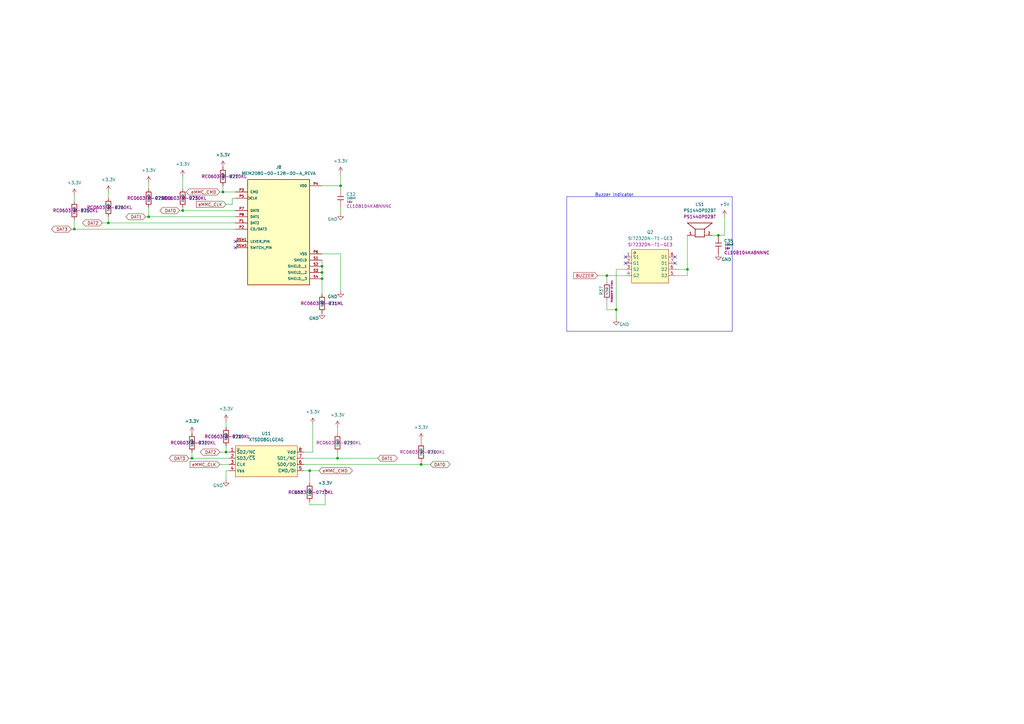
<source format=kicad_sch>
(kicad_sch (version 20250114) (generator "eeschema") (generator_version "9.0")
  (paper "A3")
  (lib_symbols
    (symbol "EasyEDA:SI7232DN-T1-GE3"
      (property "Reference" "Q" (at 0 8.89 0))
      (property "Value" "SI7232DN-T1-GE3" (at 0 -8.89 0))
      (symbol "SI7232DN-T1-GE3_0_1"
        (rectangle (start -7.62 6.86) (end 7.62 -6.86) (fill (type background)))
        (circle (center -6.35 5.59) (radius 0.38))
        (circle (center -6.35 5.59) (radius 0.38))
        (pin unspecified line (at -10.16 3.81 0) (length 2.54) (name "S1") (number "1"))
        (pin unspecified line (at -10.16 1.27 0) (length 2.54) (name "G1") (number "2"))
        (pin unspecified line (at -10.16 -1.27 0) (length 2.54) (name "S2") (number "3"))
        (pin unspecified line (at -10.16 -3.81 0) (length 2.54) (name "G2") (number "4"))
        (pin unspecified line (at 10.16 3.81 180) (length 2.54) (name "D1") (number "8"))
        (pin unspecified line (at 10.16 1.27 180) (length 2.54) (name "D1") (number "7"))
        (pin unspecified line (at 10.16 -1.27 180) (length 2.54) (name "D2") (number "6"))
        (pin unspecified line (at 10.16 -3.81 180) (length 2.54) (name "D2") (number "5"))
      )
    )
    (symbol "EasyEDA:XTSD08GLGEAG"
      (property "Reference" "U" (at 0 7.62 0))
      (property "Value" "XTSD08GLGEAG" (at 0 -10.16 0))
      (symbol "XTSD08GLGEAG_0_1"
        (rectangle (start -12.7 5.08) (end 12.7 -7.62) (fill (type background)))
        (circle (center -11.43 3.81) (radius 0.38))
        (pin unspecified line (at -15.24 2.54 0) (length 2.54) (name "SD2/NC") (number "1"))
        (pin unspecified line (at -15.24 0 0) (length 2.54) (name "SD3/~{CS}") (number "2"))
        (pin unspecified line (at -15.24 -2.54 0) (length 2.54) (name "CLK") (number "3"))
        (pin unspecified line (at -15.24 -5.08 0) (length 2.54) (name "Vss") (number "4"))
        (pin unspecified line (at 15.24 2.54 180) (length 2.54) (name "Vdd") (number "8"))
        (pin unspecified line (at 15.24 0 180) (length 2.54) (name "SD1/NC") (number "7"))
        (pin unspecified line (at 15.24 -2.54 180) (length 2.54) (name "SD0/DO") (number "6"))
        (pin unspecified line (at 15.24 -5.08 180) (length 2.54) (name "CMD/DI") (number "5"))
      )
    )
    (symbol "MEM2080-00-128-00-A_REVA:MEM2080-00-128-00-A_REVA" (pin_names (offset 1.016))
      (property "Reference" "J" (at -12.7 18.542 0))
      (property "Value" "MEM2080-00-128-00-A_REVA" (at -12.7 -30.48 0))
      (symbol "MEM2080-00-128-00-A_REVA_0_0"
        (rectangle (start -12.7 -25.4) (end 12.7 17.78) (stroke (width 0.254)) (fill (type background)))
        (pin input line (at -17.78 12.7 0) (length 5.08) (name "CMD") (number "P3"))
        (pin input clock (at -17.78 10.16 0) (length 5.08) (name "CLK") (number "P5"))
        (pin bidirectional line (at -17.78 5.08 0) (length 5.08) (name "DAT0") (number "P7"))
        (pin bidirectional line (at -17.78 2.54 0) (length 5.08) (name "DAT1") (number "P8"))
        (pin bidirectional line (at -17.78 0 0) (length 5.08) (name "DAT2") (number "P1"))
        (pin bidirectional line (at -17.78 -2.54 0) (length 5.08) (name "CD/DAT3") (number "P2"))
        (pin passive line (at -17.78 -7.62 0) (length 5.08) (name "LEVER_PIN") (number "DSW1"))
        (pin passive line (at -17.78 -10.16 0) (length 5.08) (name "SWITCH_PIN") (number "DSW2"))
        (pin power_in line (at 17.78 15.24 180) (length 5.08) (name "VDD") (number "P4"))
        (pin power_in line (at 17.78 -12.7 180) (length 5.08) (name "VSS") (number "P6"))
        (pin passive line (at 17.78 -15.24 180) (length 5.08) (name "SHIELD") (number "S1"))
        (pin passive line (at 17.78 -17.78 180) (length 5.08) (name "SHIELD__1") (number "S2"))
        (pin passive line (at 17.78 -20.32 180) (length 5.08) (name "SHIELD__2") (number "S3"))
        (pin passive line (at 17.78 -22.86 180) (length 5.08) (name "SHIELD__3") (number "S4"))
      )
    )
    (symbol "PCM_JLCPCB-Capacitors:0402,100nF" (pin_numbers (hide yes)) (pin_names (offset 0))
      (property "Reference" "C" (at 2.032 1.668 0))
      (property "Value" "100nF" (at 2.032 -0.3782 0))
      (property "Voltage Rated" "16V" (at 2.032 -2.0462 0))
      (symbol "0402,100nF_0_1"
        (polyline (pts (xy -1.27 0.635) (xy 1.27 0.635)) (stroke (width 0.254)))
        (polyline (pts (xy -1.27 -0.635) (xy 1.27 -0.635)) (stroke (width 0.254)))
      )
      (symbol "0402,100nF_1_1"
        (pin passive line (at 0 3.81 270) (length 3.175) (name "~") (number "1"))
        (pin passive line (at 0 -3.81 90) (length 3.175) (name "~") (number "2"))
      )
    )
    (symbol "PCM_JLCPCB-Resistors:0402,3.3kΩ" (pin_numbers (hide yes)) (pin_names (offset 0))
      (property "Reference" "R" (at 1.778 0 0))
      (property "Value" "3.3kΩ" (at 0 0 90))
      (symbol "0402,3.3kΩ_0_1"
        (rectangle (start -1.016 2.54) (end 1.016 -2.54) (stroke (width 0.254)))
      )
      (symbol "0402,3.3kΩ_1_1"
        (pin passive line (at 0 3.81 270) (length 1.27) (name "~") (number "1"))
        (pin passive line (at 0 -3.81 90) (length 1.27) (name "~") (number "2"))
      )
    )
    (symbol "PCM_JLCPCB-Resistors:0603,10kΩ" (pin_numbers (hide yes)) (pin_names (offset 0))
      (property "Reference" "R" (at 1.778 0 0))
      (property "Value" "10kΩ" (at 0 0 90))
      (symbol "0603,10kΩ_0_1"
        (rectangle (start -1.016 2.54) (end 1.016 -2.54) (stroke (width 0.254)))
      )
      (symbol "0603,10kΩ_1_1"
        (pin passive line (at 0 3.81 270) (length 1.27) (name "~") (number "1"))
        (pin passive line (at 0 -3.81 90) (length 1.27) (name "~") (number "2"))
      )
    )
    (symbol "PCM_JLCPCB-Resistors:0603,1MΩ" (pin_numbers (hide yes)) (pin_names (offset 0))
      (property "Reference" "R" (at 1.778 0 0))
      (property "Value" "1MΩ" (at 0 0 90))
      (symbol "0603,1MΩ_0_1"
        (rectangle (start -1.016 2.54) (end 1.016 -2.54) (stroke (width 0.254)))
      )
      (symbol "0603,1MΩ_1_1"
        (pin passive line (at 0 3.81 270) (length 1.27) (name "~") (number "1"))
        (pin passive line (at 0 -3.81 90) (length 1.27) (name "~") (number "2"))
      )
    )
    (symbol "Snapeda:PS1440P02BT" (pin_names (offset 1.016))
      (property "Reference" "LS" (at -1.27 6.35 0))
      (property "Value" "PS1440P02BT" (at -1.27 -8.255 0))
      (symbol "PS1440P02BT_0_0"
        (polyline (pts (xy -3.175 1.905) (xy -3.175 -1.905)) (stroke (width 0.254)))
        (polyline (pts (xy -3.175 1.905) (xy -2.54 1.905)) (stroke (width 0.254)))
        (polyline (pts (xy -3.175 -1.905) (xy -2.54 -1.905)) (stroke (width 0.254)))
        (polyline (pts (xy -2.54 2.54) (xy -2.54 1.905)) (stroke (width 0.1524)))
        (polyline (pts (xy -2.54 1.905) (xy 0 1.905)) (stroke (width 0.254)))
        (polyline (pts (xy -2.54 -1.905) (xy 0 -1.905)) (stroke (width 0.254)))
        (polyline (pts (xy -2.54 -2.54) (xy -2.54 -1.905)) (stroke (width 0.1524)))
        (polyline (pts (xy 0 1.905) (xy 2.54 5.08)) (stroke (width 0.254)))
        (polyline (pts (xy 0 -1.905) (xy 0 1.905)) (stroke (width 0.254)))
        (polyline (pts (xy 0 -1.905) (xy 2.54 -5.08)) (stroke (width 0.254)))
        (polyline (pts (xy 2.54 -5.08) (xy 2.54 5.08)) (stroke (width 0.254)))
        (pin passive line (at -2.54 5.08 270) (length 2.54) (name "~") (number "1"))
        (pin passive line (at -2.54 -5.08 90) (length 2.54) (name "~") (number "2"))
      )
    )
    (symbol "power:+3.3V" (power) (pin_numbers (hide yes)) (pin_names (offset 0) (hide yes))
      (property "Value" "+3.3V" (at 0 3.556 0))
      (symbol "+3.3V_0_1"
        (polyline (pts (xy -0.762 1.27) (xy 0 2.54)))
        (polyline (pts (xy 0 2.54) (xy 0.762 1.27)))
        (polyline (pts (xy 0 0) (xy 0 2.54)))
      )
      (symbol "+3.3V_1_1"
        (pin power_in line (at 0 0 90) (length 0) (name "~") (number "1"))
      )
    )
    (symbol "power:+5V" (power) (pin_numbers (hide yes)) (pin_names (offset 0) (hide yes))
      (property "Value" "+5V" (at 0 3.556 0))
      (symbol "+5V_0_1"
        (polyline (pts (xy -0.762 1.27) (xy 0 2.54)))
        (polyline (pts (xy 0 2.54) (xy 0.762 1.27)))
        (polyline (pts (xy 0 0) (xy 0 2.54)))
      )
      (symbol "+5V_1_1"
        (pin power_in line (at 0 0 90) (length 0) (name "~") (number "1"))
      )
    )
    (symbol "power:GND" (power) (pin_numbers (hide yes)) (pin_names (offset 0) (hide yes))
      (property "Value" "GND" (at 0 -3.81 0))
      (symbol "GND_0_1"
        (polyline (pts (xy 0 0) (xy 0 -1.27) (xy 1.27 -1.27) (xy 0 -2.54) (xy -1.27 -1.27) (xy 0 -1.27)))
      )
      (symbol "GND_1_1"
        (pin power_in line (at 0 0 270) (length 0) (name "~") (number "1"))
      )
    )
  )
  (rectangle (start 232.41 80.645) (end 300.355 135.89))
  (text "Buzzer Indicator" (at 251.968 80.01 0) (effects (font (size 1.27 1.27))))
  (junction (at 74.93 86.36))
  (junction (at 78.74 187.96))
  (junction (at 127 193.04))
  (junction (at 92.71 185.42))
  (junction (at 132.08 109.22))
  (junction (at 91.44 78.74))
  (junction (at 294.64 96.52))
  (junction (at 252.73 127))
  (junction (at 138.43 187.96))
  (junction (at 172.72 190.5))
  (junction (at 60.96 88.9))
  (junction (at 139.7 76.2))
  (junction (at 281.94 110.49))
  (junction (at 30.48 93.98))
  (junction (at 248.92 113.03))
  (junction (at 132.08 114.3))
  (junction (at 44.45 91.44))
  (junction (at 132.08 111.76))
  (no_connect (at 276.86 107.95))
  (no_connect (at 276.86 105.41))
  (no_connect (at 256.54 107.95))
  (no_connect (at 96.52 101.6))
  (no_connect (at 96.52 99.06))
  (no_connect (at 256.54 105.41))
  (wire (pts (xy 78.74 187.96) (xy 93.98 187.96)))
  (wire (pts (xy 41.91 91.44) (xy 44.45 91.44)))
  (wire (pts (xy 92.71 172.72) (xy 92.71 175.26)))
  (wire (pts (xy 95.25 83.82) (xy 92.71 83.82)))
  (wire (pts (xy 139.7 104.14) (xy 139.7 119.38)))
  (wire (pts (xy 74.93 86.36) (xy 96.52 86.36)))
  (wire (pts (xy 90.17 190.5) (xy 93.98 190.5)))
  (wire (pts (xy 128.27 185.42) (xy 124.46 185.42)))
  (wire (pts (xy 92.71 196.85) (xy 92.71 193.04)))
  (wire (pts (xy 245.11 113.03) (xy 248.92 113.03)))
  (wire (pts (xy 133.35 203.2) (xy 133.35 207.01)))
  (wire (pts (xy 78.74 185.42) (xy 78.74 187.96)))
  (wire (pts (xy 60.96 88.9) (xy 96.52 88.9)))
  (wire (pts (xy 44.45 78.74) (xy 44.45 81.28)))
  (wire (pts (xy 132.08 106.68) (xy 132.08 109.22)))
  (wire (pts (xy 91.44 76.2) (xy 91.44 78.74)))
  (wire (pts (xy 29.21 93.98) (xy 30.48 93.98)))
  (wire (pts (xy 60.96 85.09) (xy 60.96 88.9)))
  (wire (pts (xy 124.46 190.5) (xy 172.72 190.5)))
  (wire (pts (xy 30.48 80.01) (xy 30.48 82.55)))
  (wire (pts (xy 172.72 180.34) (xy 172.72 181.61)))
  (wire (pts (xy 92.71 193.04) (xy 93.98 193.04)))
  (wire (pts (xy 138.43 175.26) (xy 138.43 177.8)))
  (wire (pts (xy 252.73 110.49) (xy 256.54 110.49)))
  (wire (pts (xy 77.47 187.96) (xy 78.74 187.96)))
  (wire (pts (xy 73.66 86.36) (xy 74.93 86.36)))
  (wire (pts (xy 74.93 72.39) (xy 74.93 77.47)))
  (wire (pts (xy 281.94 96.52) (xy 281.94 110.49)))
  (wire (pts (xy 91.44 78.74) (xy 96.52 78.74)))
  (wire (pts (xy 248.92 123.19) (xy 248.92 127)))
  (wire (pts (xy 139.7 76.2) (xy 139.7 77.47)))
  (wire (pts (xy 248.92 113.03) (xy 248.92 115.57)))
  (wire (pts (xy 252.73 127) (xy 252.73 130.81)))
  (wire (pts (xy 132.08 111.76) (xy 132.08 114.3)))
  (wire (pts (xy 132.08 109.22) (xy 132.08 111.76)))
  (wire (pts (xy 127 193.04) (xy 127 198.12)))
  (wire (pts (xy 281.94 110.49) (xy 281.94 113.03)))
  (wire (pts (xy 30.48 93.98) (xy 96.52 93.98)))
  (wire (pts (xy 248.92 127) (xy 252.73 127)))
  (wire (pts (xy 256.54 113.03) (xy 248.92 113.03)))
  (wire (pts (xy 30.48 90.17) (xy 30.48 93.98)))
  (wire (pts (xy 127 207.01) (xy 127 205.74)))
  (wire (pts (xy 133.35 207.01) (xy 127 207.01)))
  (wire (pts (xy 124.46 187.96) (xy 138.43 187.96)))
  (wire (pts (xy 128.27 173.99) (xy 128.27 185.42)))
  (wire (pts (xy 138.43 185.42) (xy 138.43 187.96)))
  (wire (pts (xy 132.08 104.14) (xy 139.7 104.14)))
  (wire (pts (xy 276.86 110.49) (xy 281.94 110.49)))
  (wire (pts (xy 92.71 182.88) (xy 92.71 185.42)))
  (wire (pts (xy 154.94 187.96) (xy 138.43 187.96)))
  (wire (pts (xy 44.45 88.9) (xy 44.45 91.44)))
  (wire (pts (xy 292.1 96.52) (xy 294.64 96.52)))
  (wire (pts (xy 124.46 193.04) (xy 127 193.04)))
  (wire (pts (xy 176.53 190.5) (xy 172.72 190.5)))
  (wire (pts (xy 90.17 185.42) (xy 92.71 185.42)))
  (wire (pts (xy 96.52 81.28) (xy 95.25 81.28)))
  (wire (pts (xy 252.73 110.49) (xy 252.73 127)))
  (wire (pts (xy 281.94 113.03) (xy 276.86 113.03)))
  (wire (pts (xy 90.17 78.74) (xy 91.44 78.74)))
  (wire (pts (xy 139.7 85.09) (xy 139.7 87.63)))
  (wire (pts (xy 60.96 74.93) (xy 60.96 77.47)))
  (wire (pts (xy 132.08 114.3) (xy 132.08 120.65)))
  (wire (pts (xy 44.45 91.44) (xy 96.52 91.44)))
  (wire (pts (xy 59.69 88.9) (xy 60.96 88.9)))
  (wire (pts (xy 172.72 189.23) (xy 172.72 190.5)))
  (wire (pts (xy 139.7 71.12) (xy 139.7 76.2)))
  (wire (pts (xy 294.64 96.52) (xy 297.18 96.52)))
  (wire (pts (xy 74.93 85.09) (xy 74.93 86.36)))
  (wire (pts (xy 92.71 185.42) (xy 93.98 185.42)))
  (wire (pts (xy 132.08 76.2) (xy 139.7 76.2)))
  (wire (pts (xy 95.25 81.28) (xy 95.25 83.82)))
  (wire (pts (xy 127 193.04) (xy 130.81 193.04)))
  (wire (pts (xy 297.18 88.9) (xy 297.18 96.52)))
  (global_label "eMMC_CLK" (shape input) (at 90.17 190.5 180) (property "Intersheetrefs" "${INTERSHEET_REFS}" (effects (hide yes))))
  (global_label "DAT3" (shape bidirectional) (at 29.21 93.98 180) (property "Intersheetrefs" "${INTERSHEET_REFS}" (effects (hide yes))))
  (global_label "DAT3" (shape bidirectional) (at 77.47 187.96 180) (property "Intersheetrefs" "${INTERSHEET_REFS}" (effects (hide yes))))
  (global_label "DAT2" (shape bidirectional) (at 90.17 185.42 180) (property "Intersheetrefs" "${INTERSHEET_REFS}" (effects (hide yes))))
  (global_label "DAT1" (shape bidirectional) (at 154.94 187.96 0) (property "Intersheetrefs" "${INTERSHEET_REFS}" (effects (hide yes))))
  (global_label "DAT0" (shape bidirectional) (at 176.53 190.5 0) (property "Intersheetrefs" "${INTERSHEET_REFS}" (effects (hide yes))))
  (global_label "eMMC_CMD" (shape bidirectional) (at 130.81 193.04 0) (property "Intersheetrefs" "${INTERSHEET_REFS}" (effects (hide yes))))
  (global_label "eMMC_CLK" (shape input) (at 92.71 83.82 180) (property "Intersheetrefs" "${INTERSHEET_REFS}" (effects (hide yes))))
  (global_label "BUZZER" (shape input) (at 245.11 113.03 180) (property "Intersheetrefs" "${INTERSHEET_REFS}" (effects (hide yes))))
  (global_label "DAT1" (shape bidirectional) (at 59.69 88.9 180) (property "Intersheetrefs" "${INTERSHEET_REFS}" (effects (hide yes))))
  (global_label "DAT0" (shape bidirectional) (at 73.66 86.36 180) (property "Intersheetrefs" "${INTERSHEET_REFS}" (effects (hide yes))))
  (global_label "DAT2" (shape bidirectional) (at 41.91 91.44 180) (property "Intersheetrefs" "${INTERSHEET_REFS}" (effects (hide yes))))
  (global_label "eMMC_CMD" (shape bidirectional) (at 90.17 78.74 180) (property "Intersheetrefs" "${INTERSHEET_REFS}" (effects (hide yes))))
  (symbol (lib_id "PCM_JLCPCB-Resistors:0603,10kΩ") (at 127 201.93 180) (unit 1) (on_board no)
    (property "Reference" "R33" (at 124.46 201.9301 0) (effects (justify left)))
    (property "Value" "10kΩ" (at 127 201.93 90) (effects (font (size 0.8 0.8))))
    (property "Footprint" "PCM_JLCPCB:R_0603" (effects (hide yes)))
    (property "Datasheet" "https://www.lcsc.com/datasheet/lcsc_datasheet_2206010045_UNI-ROYAL-Uniroyal-Elec-0603WAF1002T5E_C25804.pdf" (effects (hide yes)))
    (property "Description" "100mW Thick Film Resistors 75V ±100ppm/°C ±1% 10kΩ 0603 Chip Resistor - Surface Mount ROHS" (effects (hide yes)))
    (property "LCSC" "C25804" (effects (hide yes)))
    (property "Stock" "28829731" (effects (hide yes)))
    (property "Price" "0.004USD" (effects (hide yes)))
    (property "Process" "SMT" (effects (hide yes)))
    (property "Minimum Qty" "20" (effects (hide yes)))
    (property "Attrition Qty" "10" (effects (hide yes)))
    (property "Class" "Basic Component" (effects (hide yes)))
    (property "Category" "Resistors,Chip Resistor - Surface Mount" (effects (hide yes)))
    (property "Manufacturer" "UNI-ROYAL(Uniroyal Elec)" (effects (hide yes)))
    (property "Part" "0603WAF1002T5E" (effects (hide yes)))
    (property "Resistance" "10kΩ" (effects (hide yes)))
    (property "Power(Watts)" "100mW" (effects (hide yes)))
    (property "Type" "Thick Film Resistors" (effects (hide yes)))
    (property "Overload Voltage (Max)" "75V" (effects (hide yes)))
    (property "Operating Temperature Range" "-55°C~+155°C" (effects (hide yes)))
    (property "Tolerance" "±1%" (effects (hide yes)))
    (property "Temperature Coefficient" "±100ppm/°C" (effects (hide yes)))
    (property "Digikey Parts" " RC0603FR-0710KL" (at 127 201.93 0))
  )
  (symbol (lib_id "power:+3.3V") (at 74.93 72.39 0) (unit 1)
    (property "Reference" "#PWR0130" (effects (hide yes)))
    (property "Value" "+3.3V" (at 74.93 67.31 0))
    (property "Description" "Power symbol creates a global label with name \"+3.3V\"" (effects (hide yes)))
  )
  (symbol (lib_id "power:GND") (at 92.71 196.85 0) (unit 1)
    (property "Reference" "#PWR0139" (effects (hide yes)))
    (property "Value" "GND" (at 89.408 199.136 0))
    (property "Description" "Power symbol creates a global label with name \"GND\" , ground" (effects (hide yes)))
  )
  (symbol (lib_id "EasyEDA:SI7232DN-T1-GE3") (at 266.7 109.22 0) (unit 1)
    (property "Reference" "Q2" (at 266.7 95.25 0))
    (property "Value" "SI7232DN-T1-GE3" (at 266.7 97.79 0))
    (property "Footprint" "EasyEDA:POWER-1212-8_L3.3-W3.3-P0.66-LS3.3-BL" (effects (hide yes)))
    (property "Datasheet" "https://lcsc.com/product-detail/MOSFET_VISHAY_SI7232DN-T1-GE3_SI7232DN-T1-GE3_C144854.html" (effects (hide yes)))
    (property "LCSC Part" "C144854" (effects (hide yes)))
    (property "Digikey Parts" "SI7232DN-T1-GE3" (at 266.7 100.33 0))
  )
  (symbol (lib_id "PCM_JLCPCB-Resistors:0603,10kΩ") (at 92.71 179.07 0) (unit 1) (on_board no)
    (property "Reference" "R28" (at 95.25 179.0699 0) (effects (justify left)))
    (property "Value" "10kΩ" (at 92.71 179.07 90) (effects (font (size 0.8 0.8))))
    (property "Footprint" "PCM_JLCPCB:R_0603" (effects (hide yes)))
    (property "Datasheet" "https://www.lcsc.com/datasheet/lcsc_datasheet_2206010045_UNI-ROYAL-Uniroyal-Elec-0603WAF1002T5E_C25804.pdf" (effects (hide yes)))
    (property "Description" "100mW Thick Film Resistors 75V ±100ppm/°C ±1% 10kΩ 0603 Chip Resistor - Surface Mount ROHS" (effects (hide yes)))
    (property "LCSC" "C25804" (effects (hide yes)))
    (property "Stock" "28829731" (effects (hide yes)))
    (property "Price" "0.004USD" (effects (hide yes)))
    (property "Process" "SMT" (effects (hide yes)))
    (property "Minimum Qty" "20" (effects (hide yes)))
    (property "Attrition Qty" "10" (effects (hide yes)))
    (property "Class" "Basic Component" (effects (hide yes)))
    (property "Category" "Resistors,Chip Resistor - Surface Mount" (effects (hide yes)))
    (property "Manufacturer" "UNI-ROYAL(Uniroyal Elec)" (effects (hide yes)))
    (property "Part" "0603WAF1002T5E" (effects (hide yes)))
    (property "Resistance" "10kΩ" (effects (hide yes)))
    (property "Power(Watts)" "100mW" (effects (hide yes)))
    (property "Type" "Thick Film Resistors" (effects (hide yes)))
    (property "Overload Voltage (Max)" "75V" (effects (hide yes)))
    (property "Operating Temperature Range" "-55°C~+155°C" (effects (hide yes)))
    (property "Tolerance" "±1%" (effects (hide yes)))
    (property "Temperature Coefficient" "±100ppm/°C" (effects (hide yes)))
    (property "Digikey Parts" " RC0603FR-0710KL" (at 92.71 179.07 0))
  )
  (symbol (lib_id "Snapeda:PS1440P02BT") (at 287.02 93.98 90) (unit 1)
    (property "Reference" "LS1" (at 287.02 83.82 90))
    (property "Value" "PS1440P02BT" (at 287.02 86.36 90))
    (property "Footprint" "Snapeda:PS1440P02BT_BUZZER_PS1440P02BT" (effects (hide yes)))
    (property "MF" "TDK Corporation" (effects (hide yes)))
    (property "Description_1" "Buzzers Transducer, Externally Driven Piezo 3 V 4kHz 75dB @ 3V, 10cm Through Hole PC Pins" (effects (hide yes)))
    (property "Package" "None" (effects (hide yes)))
    (property "Price" "None" (effects (hide yes)))
    (property "Check_prices" "https://www.snapeda.com/parts/PS1440P02BT/TDK/view-part/?ref=eda" (effects (hide yes)))
    (property "STANDARD" "IPC-7251" (effects (hide yes)))
    (property "SnapEDA_Link" "https://www.snapeda.com/parts/PS1440P02BT/TDK/view-part/?ref=snap" (effects (hide yes)))
    (property "MP" "PS1440P02BT" (effects (hide yes)))
    (property "Availability" "In Stock" (effects (hide yes)))
    (property "MANUFACTURER" "TDK" (effects (hide yes)))
    (property "Digikey Parts" "PS1440P02BT" (at 287.02 88.9 90))
  )
  (symbol (lib_id "PCM_JLCPCB-Resistors:0402,3.3kΩ") (at 248.92 119.38 0) (unit 1)
    (property "Reference" "R37" (at 246.634 121.158 90) (effects (justify left)))
    (property "Value" "47kΩ" (at 248.92 119.38 90) (effects (font (size 0.8 0.8))))
    (property "Footprint" "PCM_JLCPCB:R_0603" (effects (hide yes)))
    (property "Datasheet" "https://www.lcsc.com/datasheet/lcsc_datasheet_2206010045_UNI-ROYAL-Uniroyal-Elec-0402WGF3301TCE_C25890.pdf" (effects (hide yes)))
    (property "Description" "62.5mW Thick Film Resistors 50V ±100ppm/°C ±1% 3.3kΩ 0402 Chip Resistor - Surface Mount ROHS" (effects (hide yes)))
    (property "LCSC" "C25890" (effects (hide yes)))
    (property "Stock" "858002" (effects (hide yes)))
    (property "Price" "0.004USD" (effects (hide yes)))
    (property "Process" "SMT" (effects (hide yes)))
    (property "Minimum Qty" "20" (effects (hide yes)))
    (property "Attrition Qty" "10" (effects (hide yes)))
    (property "Class" "Basic Component" (effects (hide yes)))
    (property "Category" "Resistors,Chip Resistor - Surface Mount" (effects (hide yes)))
    (property "Manufacturer" "UNI-ROYAL(Uniroyal Elec)" (effects (hide yes)))
    (property "Part" "0402WGF3301TCE" (effects (hide yes)))
    (property "Resistance" "3.3kΩ" (effects (hide yes)))
    (property "Power(Watts)" "62.5mW" (effects (hide yes)))
    (property "Type" "Thick Film Resistors" (effects (hide yes)))
    (property "Overload Voltage (Max)" "50V" (effects (hide yes)))
    (property "Operating Temperature Range" "-55°C~+155°C" (effects (hide yes)))
    (property "Tolerance" "±1%" (effects (hide yes)))
    (property "Temperature Coefficient" "±100ppm/°C" (effects (hide yes)))
    (property "name" " RC0603FR-0710KL" (at 250.952 119.634 90) (effects (font (size 0.635 0.635))))
    (property "Digikey Parts" "RC0603FR-0747KL" (effects (hide yes)))
  )
  (symbol (lib_id "power:+3.3V") (at 138.43 175.26 0) (unit 1)
    (property "Reference" "#PWR0135" (effects (hide yes)))
    (property "Value" "+3.3V" (at 138.43 170.18 0))
    (property "Description" "Power symbol creates a global label with name \"+3.3V\"" (effects (hide yes)))
  )
  (symbol (lib_id "PCM_JLCPCB-Capacitors:0402,100nF") (at 294.64 100.33 0) (unit 1)
    (property "Reference" "C35" (at 296.926 98.806 0) (effects (justify left)))
    (property "Value" "100nF" (at 297.18 100.33 0) (effects (font (size 0.8 0.8)) (justify left)))
    (property "Footprint" "PCM_JLCPCB:C_0603" (effects (hide yes)))
    (property "Datasheet" "https://www.lcsc.com/datasheet/lcsc_datasheet_2304140030_Samsung-Electro-Mechanics-CL05B104KO5NNNC_C1525.pdf" (effects (hide yes)))
    (property "Description" "16V 100nF X7R ±10% 0402 Multilayer Ceramic Capacitors MLCC - SMD/SMT ROHS" (effects (hide yes)))
    (property "LCSC" "C1525" (effects (hide yes)))
    (property "Stock" "12931403" (effects (hide yes)))
    (property "Price" "0.004USD" (effects (hide yes)))
    (property "Process" "SMT" (effects (hide yes)))
    (property "Minimum Qty" "20" (effects (hide yes)))
    (property "Attrition Qty" "10" (effects (hide yes)))
    (property "Class" "Basic Component" (effects (hide yes)))
    (property "Category" "Capacitors,Multilayer Ceramic Capacitors MLCC - SMD/SMT" (effects (hide yes)))
    (property "Manufacturer" "Samsung Electro-Mechanics" (effects (hide yes)))
    (property "Part" "CL05B104KO5NNNC" (effects (hide yes)))
    (property "Voltage Rated" "16V" (at 297.18 101.854 0) (effects (font (size 0.8 0.8)) (justify left)))
    (property "Tolerance" "±10%" (effects (hide yes)))
    (property "Capacitance" "100nF" (effects (hide yes)))
    (property "Temperature Coefficient" "X7R" (effects (hide yes)))
    (property "Digikey Parts" "CL10B104KA8NNNC" (at 306.324 103.632 0))
  )
  (symbol (lib_id "power:GND") (at 294.64 104.14 0) (mirror y) (unit 1)
    (property "Reference" "#PWR0119" (effects (hide yes)))
    (property "Value" "GND" (at 297.942 106.426 0))
    (property "Description" "Power symbol creates a global label with name \"GND\" , ground" (effects (hide yes)))
  )
  (symbol (lib_id "PCM_JLCPCB-Resistors:0603,10kΩ") (at 60.96 81.28 0) (unit 1)
    (property "Reference" "R25" (at 63.5 81.2799 0) (effects (justify left)))
    (property "Value" "10kΩ" (at 60.96 81.28 90) (effects (font (size 0.8 0.8))))
    (property "Footprint" "PCM_JLCPCB:R_0603" (effects (hide yes)))
    (property "Datasheet" "https://www.lcsc.com/datasheet/lcsc_datasheet_2206010045_UNI-ROYAL-Uniroyal-Elec-0603WAF1002T5E_C25804.pdf" (effects (hide yes)))
    (property "Description" "100mW Thick Film Resistors 75V ±100ppm/°C ±1% 10kΩ 0603 Chip Resistor - Surface Mount ROHS" (effects (hide yes)))
    (property "LCSC" "C25804" (effects (hide yes)))
    (property "Stock" "28829731" (effects (hide yes)))
    (property "Price" "0.004USD" (effects (hide yes)))
    (property "Process" "SMT" (effects (hide yes)))
    (property "Minimum Qty" "20" (effects (hide yes)))
    (property "Attrition Qty" "10" (effects (hide yes)))
    (property "Class" "Basic Component" (effects (hide yes)))
    (property "Category" "Resistors,Chip Resistor - Surface Mount" (effects (hide yes)))
    (property "Manufacturer" "UNI-ROYAL(Uniroyal Elec)" (effects (hide yes)))
    (property "Part" "0603WAF1002T5E" (effects (hide yes)))
    (property "Resistance" "10kΩ" (effects (hide yes)))
    (property "Power(Watts)" "100mW" (effects (hide yes)))
    (property "Type" "Thick Film Resistors" (effects (hide yes)))
    (property "Overload Voltage (Max)" "75V" (effects (hide yes)))
    (property "Operating Temperature Range" "-55°C~+155°C" (effects (hide yes)))
    (property "Tolerance" "±1%" (effects (hide yes)))
    (property "Temperature Coefficient" "±100ppm/°C" (effects (hide yes)))
    (property "Digikey Parts" " RC0603FR-0710KL" (at 60.96 81.28 0))
  )
  (symbol (lib_id "power:GND") (at 139.7 119.38 0) (unit 1)
    (property "Reference" "#PWR0133" (effects (hide yes)))
    (property "Value" "GND" (at 136.398 121.666 0))
    (property "Description" "Power symbol creates a global label with name \"GND\" , ground" (effects (hide yes)))
  )
  (symbol (lib_id "power:GND") (at 132.08 128.27 0) (unit 1)
    (property "Reference" "#PWR0137" (effects (hide yes)))
    (property "Value" "GND" (at 128.778 130.556 0))
    (property "Description" "Power symbol creates a global label with name \"GND\" , ground" (effects (hide yes)))
  )
  (symbol (lib_id "power:+5V") (at 297.18 88.9 0) (unit 1)
    (property "Reference" "#PWR054" (effects (hide yes)))
    (property "Value" "+5V" (at 297.18 83.82 0))
    (property "Description" "Power symbol creates a global label with name \"+5V\"" (effects (hide yes)))
  )
  (symbol (lib_id "power:+3.3V") (at 133.35 203.2 0) (unit 1)
    (property "Reference" "#PWR0141" (effects (hide yes)))
    (property "Value" "+3.3V" (at 133.35 198.12 0))
    (property "Description" "Power symbol creates a global label with name \"+3.3V\"" (effects (hide yes)))
  )
  (symbol (lib_id "MEM2080-00-128-00-A_REVA:MEM2080-00-128-00-A_REVA") (at 114.3 91.44 0) (unit 1)
    (property "Reference" "J8" (at 114.3 68.58 0))
    (property "Value" "MEM2080-00-128-00-A_REVA" (at 114.3 71.12 0))
    (property "Footprint" "SDCard:GCT_MEM2080-00-128-00-A_REVA" (effects (hide yes)))
    (property "PARTREV" "A" (effects (hide yes)))
    (property "SNAPEDA_PN" "MEM2080-00-128-00-A" (effects (hide yes)))
    (property "STANDARD" "Manufacturer Recommendations" (effects (hide yes)))
    (property "MAXIMUM_PACKAGE_HEIGHT" "1.28 mm" (effects (hide yes)))
    (property "MANUFACTURER" "GCT" (effects (hide yes)))
    (property "Digikey Parts" "MEM2080-00-128-00-A" (effects (hide yes)))
  )
  (symbol (lib_id "PCM_JLCPCB-Resistors:0603,10kΩ") (at 138.43 181.61 0) (unit 1) (on_board no)
    (property "Reference" "R29" (at 140.97 181.6099 0) (effects (justify left)))
    (property "Value" "10kΩ" (at 138.43 181.61 90) (effects (font (size 0.8 0.8))))
    (property "Footprint" "PCM_JLCPCB:R_0603" (effects (hide yes)))
    (property "Datasheet" "https://www.lcsc.com/datasheet/lcsc_datasheet_2206010045_UNI-ROYAL-Uniroyal-Elec-0603WAF1002T5E_C25804.pdf" (effects (hide yes)))
    (property "Description" "100mW Thick Film Resistors 75V ±100ppm/°C ±1% 10kΩ 0603 Chip Resistor - Surface Mount ROHS" (effects (hide yes)))
    (property "LCSC" "C25804" (effects (hide yes)))
    (property "Stock" "28829731" (effects (hide yes)))
    (property "Price" "0.004USD" (effects (hide yes)))
    (property "Process" "SMT" (effects (hide yes)))
    (property "Minimum Qty" "20" (effects (hide yes)))
    (property "Attrition Qty" "10" (effects (hide yes)))
    (property "Class" "Basic Component" (effects (hide yes)))
    (property "Category" "Resistors,Chip Resistor - Surface Mount" (effects (hide yes)))
    (property "Manufacturer" "UNI-ROYAL(Uniroyal Elec)" (effects (hide yes)))
    (property "Part" "0603WAF1002T5E" (effects (hide yes)))
    (property "Resistance" "10kΩ" (effects (hide yes)))
    (property "Power(Watts)" "100mW" (effects (hide yes)))
    (property "Type" "Thick Film Resistors" (effects (hide yes)))
    (property "Overload Voltage (Max)" "75V" (effects (hide yes)))
    (property "Operating Temperature Range" "-55°C~+155°C" (effects (hide yes)))
    (property "Tolerance" "±1%" (effects (hide yes)))
    (property "Temperature Coefficient" "±100ppm/°C" (effects (hide yes)))
    (property "Digikey Parts" " RC0603FR-0710KL" (at 138.43 181.61 0))
  )
  (symbol (lib_id "power:+3.3V") (at 44.45 78.74 0) (unit 1)
    (property "Reference" "#PWR0128" (effects (hide yes)))
    (property "Value" "+3.3V" (at 44.45 73.66 0))
    (property "Description" "Power symbol creates a global label with name \"+3.3V\"" (effects (hide yes)))
  )
  (symbol (lib_id "power:GND") (at 252.73 130.81 0) (mirror y) (unit 1)
    (property "Reference" "#PWR0118" (effects (hide yes)))
    (property "Value" "GND" (at 256.032 133.096 0))
    (property "Description" "Power symbol creates a global label with name \"GND\" , ground" (effects (hide yes)))
  )
  (symbol (lib_id "power:+3.3V") (at 30.48 80.01 0) (unit 1)
    (property "Reference" "#PWR0142" (effects (hide yes)))
    (property "Value" "+3.3V" (at 30.48 74.93 0))
    (property "Description" "Power symbol creates a global label with name \"+3.3V\"" (effects (hide yes)))
  )
  (symbol (lib_id "power:+3.3V") (at 78.74 177.8 0) (unit 1)
    (property "Reference" "#PWR0138" (effects (hide yes)))
    (property "Value" "+3.3V" (at 78.74 172.72 0))
    (property "Description" "Power symbol creates a global label with name \"+3.3V\"" (effects (hide yes)))
  )
  (symbol (lib_id "power:GND") (at 139.7 87.63 0) (unit 1)
    (property "Reference" "#PWR0143" (effects (hide yes)))
    (property "Value" "GND" (at 136.398 89.916 0))
    (property "Description" "Power symbol creates a global label with name \"GND\" , ground" (effects (hide yes)))
  )
  (symbol (lib_id "power:+3.3V") (at 91.44 68.58 0) (unit 1)
    (property "Reference" "#PWR0131" (effects (hide yes)))
    (property "Value" "+3.3V" (at 91.44 63.5 0))
    (property "Description" "Power symbol creates a global label with name \"+3.3V\"" (effects (hide yes)))
  )
  (symbol (lib_id "PCM_JLCPCB-Resistors:0603,10kΩ") (at 44.45 85.09 0) (unit 1)
    (property "Reference" "R26" (at 46.99 85.0899 0) (effects (justify left)))
    (property "Value" "10kΩ" (at 44.45 85.09 90) (effects (font (size 0.8 0.8))))
    (property "Footprint" "PCM_JLCPCB:R_0603" (effects (hide yes)))
    (property "Datasheet" "https://www.lcsc.com/datasheet/lcsc_datasheet_2206010045_UNI-ROYAL-Uniroyal-Elec-0603WAF1002T5E_C25804.pdf" (effects (hide yes)))
    (property "Description" "100mW Thick Film Resistors 75V ±100ppm/°C ±1% 10kΩ 0603 Chip Resistor - Surface Mount ROHS" (effects (hide yes)))
    (property "LCSC" "C25804" (effects (hide yes)))
    (property "Stock" "28829731" (effects (hide yes)))
    (property "Price" "0.004USD" (effects (hide yes)))
    (property "Process" "SMT" (effects (hide yes)))
    (property "Minimum Qty" "20" (effects (hide yes)))
    (property "Attrition Qty" "10" (effects (hide yes)))
    (property "Class" "Basic Component" (effects (hide yes)))
    (property "Category" "Resistors,Chip Resistor - Surface Mount" (effects (hide yes)))
    (property "Manufacturer" "UNI-ROYAL(Uniroyal Elec)" (effects (hide yes)))
    (property "Part" "0603WAF1002T5E" (effects (hide yes)))
    (property "Resistance" "10kΩ" (effects (hide yes)))
    (property "Power(Watts)" "100mW" (effects (hide yes)))
    (property "Type" "Thick Film Resistors" (effects (hide yes)))
    (property "Overload Voltage (Max)" "75V" (effects (hide yes)))
    (property "Operating Temperature Range" "-55°C~+155°C" (effects (hide yes)))
    (property "Tolerance" "±1%" (effects (hide yes)))
    (property "Temperature Coefficient" "±100ppm/°C" (effects (hide yes)))
    (property "Digikey Parts" " RC0603FR-0710KL" (at 44.45 85.09 0))
  )
  (symbol (lib_id "power:+3.3V") (at 139.7 71.12 0) (unit 1)
    (property "Reference" "#PWR0132" (effects (hide yes)))
    (property "Value" "+3.3V" (at 139.7 66.04 0))
    (property "Description" "Power symbol creates a global label with name \"+3.3V\"" (effects (hide yes)))
  )
  (symbol (lib_id "power:+3.3V") (at 172.72 180.34 0) (unit 1)
    (property "Reference" "#PWR0136" (effects (hide yes)))
    (property "Value" "+3.3V" (at 172.72 175.26 0))
    (property "Description" "Power symbol creates a global label with name \"+3.3V\"" (effects (hide yes)))
  )
  (symbol (lib_id "power:+3.3V") (at 128.27 173.99 0) (unit 1)
    (property "Reference" "#PWR0140" (effects (hide yes)))
    (property "Value" "+3.3V" (at 128.27 168.91 0))
    (property "Description" "Power symbol creates a global label with name \"+3.3V\"" (effects (hide yes)))
  )
  (symbol (lib_id "PCM_JLCPCB-Resistors:0603,1MΩ") (at 132.08 124.46 0) (unit 1)
    (property "Reference" "R31" (at 134.62 124.4599 0) (effects (justify left)))
    (property "Value" "1MΩ" (at 132.08 124.46 90) (effects (font (size 0.8 0.8))))
    (property "Footprint" "PCM_JLCPCB:R_0603" (effects (hide yes)))
    (property "Datasheet" "https://www.lcsc.com/datasheet/lcsc_datasheet_2206010130_UNI-ROYAL-Uniroyal-Elec-0603WAF1004T5E_C22935.pdf" (effects (hide yes)))
    (property "Description" "100mW Thick Film Resistors 75V ±100ppm/°C ±1% 1MΩ 0603 Chip Resistor - Surface Mount ROHS" (effects (hide yes)))
    (property "LCSC" "C22935" (effects (hide yes)))
    (property "Stock" "3742523" (effects (hide yes)))
    (property "Price" "0.004USD" (effects (hide yes)))
    (property "Process" "SMT" (effects (hide yes)))
    (property "Minimum Qty" "20" (effects (hide yes)))
    (property "Attrition Qty" "10" (effects (hide yes)))
    (property "Class" "Basic Component" (effects (hide yes)))
    (property "Category" "Resistors,Chip Resistor - Surface Mount" (effects (hide yes)))
    (property "Manufacturer" "UNI-ROYAL(Uniroyal Elec)" (effects (hide yes)))
    (property "Part" "0603WAF1004T5E" (effects (hide yes)))
    (property "Resistance" "1MΩ" (effects (hide yes)))
    (property "Power(Watts)" "100mW" (effects (hide yes)))
    (property "Type" "Thick Film Resistors" (effects (hide yes)))
    (property "Overload Voltage (Max)" "75V" (effects (hide yes)))
    (property "Operating Temperature Range" "-55°C~+155°C" (effects (hide yes)))
    (property "Tolerance" "±1%" (effects (hide yes)))
    (property "Temperature Coefficient" "±100ppm/°C" (effects (hide yes)))
    (property "Digikey Parts" "RC0603FR-071ML" (at 132.08 124.46 0))
  )
  (symbol (lib_id "PCM_JLCPCB-Resistors:0603,10kΩ") (at 172.72 185.42 0) (unit 1) (on_board no)
    (property "Reference" "R30" (at 175.26 185.4199 0) (effects (justify left)))
    (property "Value" "10kΩ" (at 172.72 185.42 90) (effects (font (size 0.8 0.8))))
    (property "Footprint" "PCM_JLCPCB:R_0603" (effects (hide yes)))
    (property "Datasheet" "https://www.lcsc.com/datasheet/lcsc_datasheet_2206010045_UNI-ROYAL-Uniroyal-Elec-0603WAF1002T5E_C25804.pdf" (effects (hide yes)))
    (property "Description" "100mW Thick Film Resistors 75V ±100ppm/°C ±1% 10kΩ 0603 Chip Resistor - Surface Mount ROHS" (effects (hide yes)))
    (property "LCSC" "C25804" (effects (hide yes)))
    (property "Stock" "28829731" (effects (hide yes)))
    (property "Price" "0.004USD" (effects (hide yes)))
    (property "Process" "SMT" (effects (hide yes)))
    (property "Minimum Qty" "20" (effects (hide yes)))
    (property "Attrition Qty" "10" (effects (hide yes)))
    (property "Class" "Basic Component" (effects (hide yes)))
    (property "Category" "Resistors,Chip Resistor - Surface Mount" (effects (hide yes)))
    (property "Manufacturer" "UNI-ROYAL(Uniroyal Elec)" (effects (hide yes)))
    (property "Part" "0603WAF1002T5E" (effects (hide yes)))
    (property "Resistance" "10kΩ" (effects (hide yes)))
    (property "Power(Watts)" "100mW" (effects (hide yes)))
    (property "Type" "Thick Film Resistors" (effects (hide yes)))
    (property "Overload Voltage (Max)" "75V" (effects (hide yes)))
    (property "Operating Temperature Range" "-55°C~+155°C" (effects (hide yes)))
    (property "Tolerance" "±1%" (effects (hide yes)))
    (property "Temperature Coefficient" "±100ppm/°C" (effects (hide yes)))
    (property "Digikey Parts" " RC0603FR-0710KL" (at 172.72 185.42 0))
  )
  (symbol (lib_id "PCM_JLCPCB-Resistors:0603,10kΩ") (at 74.93 81.28 0) (unit 1)
    (property "Reference" "R23" (at 77.47 81.2799 0) (effects (justify left)))
    (property "Value" "10kΩ" (at 74.93 81.28 90) (effects (font (size 0.8 0.8))))
    (property "Footprint" "PCM_JLCPCB:R_0603" (effects (hide yes)))
    (property "Datasheet" "https://www.lcsc.com/datasheet/lcsc_datasheet_2206010045_UNI-ROYAL-Uniroyal-Elec-0603WAF1002T5E_C25804.pdf" (effects (hide yes)))
    (property "Description" "100mW Thick Film Resistors 75V ±100ppm/°C ±1% 10kΩ 0603 Chip Resistor - Surface Mount ROHS" (effects (hide yes)))
    (property "LCSC" "C25804" (effects (hide yes)))
    (property "Stock" "28829731" (effects (hide yes)))
    (property "Price" "0.004USD" (effects (hide yes)))
    (property "Process" "SMT" (effects (hide yes)))
    (property "Minimum Qty" "20" (effects (hide yes)))
    (property "Attrition Qty" "10" (effects (hide yes)))
    (property "Class" "Basic Component" (effects (hide yes)))
    (property "Category" "Resistors,Chip Resistor - Surface Mount" (effects (hide yes)))
    (property "Manufacturer" "UNI-ROYAL(Uniroyal Elec)" (effects (hide yes)))
    (property "Part" "0603WAF1002T5E" (effects (hide yes)))
    (property "Resistance" "10kΩ" (effects (hide yes)))
    (property "Power(Watts)" "100mW" (effects (hide yes)))
    (property "Type" "Thick Film Resistors" (effects (hide yes)))
    (property "Overload Voltage (Max)" "75V" (effects (hide yes)))
    (property "Operating Temperature Range" "-55°C~+155°C" (effects (hide yes)))
    (property "Tolerance" "±1%" (effects (hide yes)))
    (property "Temperature Coefficient" "±100ppm/°C" (effects (hide yes)))
    (property "Digikey Parts" " RC0603FR-0710KL" (at 74.93 81.28 0))
  )
  (symbol (lib_id "PCM_JLCPCB-Resistors:0603,10kΩ") (at 30.48 86.36 0) (unit 1)
    (property "Reference" "R35" (at 33.02 86.3599 0) (effects (justify left)))
    (property "Value" "10kΩ" (at 30.48 86.36 90) (effects (font (size 0.8 0.8))))
    (property "Footprint" "PCM_JLCPCB:R_0603" (effects (hide yes)))
    (property "Datasheet" "https://www.lcsc.com/datasheet/lcsc_datasheet_2206010045_UNI-ROYAL-Uniroyal-Elec-0603WAF1002T5E_C25804.pdf" (effects (hide yes)))
    (property "Description" "100mW Thick Film Resistors 75V ±100ppm/°C ±1% 10kΩ 0603 Chip Resistor - Surface Mount ROHS" (effects (hide yes)))
    (property "LCSC" "C25804" (effects (hide yes)))
    (property "Stock" "28829731" (effects (hide yes)))
    (property "Price" "0.004USD" (effects (hide yes)))
    (property "Process" "SMT" (effects (hide yes)))
    (property "Minimum Qty" "20" (effects (hide yes)))
    (property "Attrition Qty" "10" (effects (hide yes)))
    (property "Class" "Basic Component" (effects (hide yes)))
    (property "Category" "Resistors,Chip Resistor - Surface Mount" (effects (hide yes)))
    (property "Manufacturer" "UNI-ROYAL(Uniroyal Elec)" (effects (hide yes)))
    (property "Part" "0603WAF1002T5E" (effects (hide yes)))
    (property "Resistance" "10kΩ" (effects (hide yes)))
    (property "Power(Watts)" "100mW" (effects (hide yes)))
    (property "Type" "Thick Film Resistors" (effects (hide yes)))
    (property "Overload Voltage (Max)" "75V" (effects (hide yes)))
    (property "Operating Temperature Range" "-55°C~+155°C" (effects (hide yes)))
    (property "Tolerance" "±1%" (effects (hide yes)))
    (property "Temperature Coefficient" "±100ppm/°C" (effects (hide yes)))
    (property "Digikey Parts" " RC0603FR-0710KL" (at 30.48 86.36 0))
  )
  (symbol (lib_id "PCM_JLCPCB-Resistors:0603,10kΩ") (at 91.44 72.39 0) (unit 1)
    (property "Reference" "R27" (at 93.98 72.3899 0) (effects (justify left)))
    (property "Value" "10kΩ" (at 91.44 72.39 90) (effects (font (size 0.8 0.8))))
    (property "Footprint" "PCM_JLCPCB:R_0603" (effects (hide yes)))
    (property "Datasheet" "https://www.lcsc.com/datasheet/lcsc_datasheet_2206010045_UNI-ROYAL-Uniroyal-Elec-0603WAF1002T5E_C25804.pdf" (effects (hide yes)))
    (property "Description" "100mW Thick Film Resistors 75V ±100ppm/°C ±1% 10kΩ 0603 Chip Resistor - Surface Mount ROHS" (effects (hide yes)))
    (property "LCSC" "C25804" (effects (hide yes)))
    (property "Stock" "28829731" (effects (hide yes)))
    (property "Price" "0.004USD" (effects (hide yes)))
    (property "Process" "SMT" (effects (hide yes)))
    (property "Minimum Qty" "20" (effects (hide yes)))
    (property "Attrition Qty" "10" (effects (hide yes)))
    (property "Class" "Basic Component" (effects (hide yes)))
    (property "Category" "Resistors,Chip Resistor - Surface Mount" (effects (hide yes)))
    (property "Manufacturer" "UNI-ROYAL(Uniroyal Elec)" (effects (hide yes)))
    (property "Part" "0603WAF1002T5E" (effects (hide yes)))
    (property "Resistance" "10kΩ" (effects (hide yes)))
    (property "Power(Watts)" "100mW" (effects (hide yes)))
    (property "Type" "Thick Film Resistors" (effects (hide yes)))
    (property "Overload Voltage (Max)" "75V" (effects (hide yes)))
    (property "Operating Temperature Range" "-55°C~+155°C" (effects (hide yes)))
    (property "Tolerance" "±1%" (effects (hide yes)))
    (property "Temperature Coefficient" "±100ppm/°C" (effects (hide yes)))
    (property "Digikey Parts" " RC0603FR-0710KL" (at 91.44 72.39 0))
  )
  (symbol (lib_id "EasyEDA:XTSD08GLGEAG") (at 109.22 187.96 0) (unit 1)
    (property "Reference" "U11" (at 109.22 177.8 0))
    (property "Value" "XTSD08GLGEAG" (at 109.22 180.34 0))
    (property "Footprint" "EasyEDA:LGA-8_L6.0-W8.0-P1.27-BL" (effects (hide yes)))
    (property "Datasheet" "https://lcsc.com/product-detail/FLASH_XTX-XTSD08GLGEAG_C558840.html" (effects (hide yes)))
    (property "LCSC Part" "C558840" (effects (hide yes)))
  )
  (symbol (lib_id "power:+3.3V") (at 60.96 74.93 0) (unit 1)
    (property "Reference" "#PWR0129" (effects (hide yes)))
    (property "Value" "+3.3V" (at 60.96 69.85 0))
    (property "Description" "Power symbol creates a global label with name \"+3.3V\"" (effects (hide yes)))
  )
  (symbol (lib_id "PCM_JLCPCB-Resistors:0603,10kΩ") (at 78.74 181.61 0) (unit 1) (on_board no)
    (property "Reference" "R32" (at 81.28 181.6099 0) (effects (justify left)))
    (property "Value" "10kΩ" (at 78.74 181.61 90) (effects (font (size 0.8 0.8))))
    (property "Footprint" "PCM_JLCPCB:R_0603" (effects (hide yes)))
    (property "Datasheet" "https://www.lcsc.com/datasheet/lcsc_datasheet_2206010045_UNI-ROYAL-Uniroyal-Elec-0603WAF1002T5E_C25804.pdf" (effects (hide yes)))
    (property "Description" "100mW Thick Film Resistors 75V ±100ppm/°C ±1% 10kΩ 0603 Chip Resistor - Surface Mount ROHS" (effects (hide yes)))
    (property "LCSC" "C25804" (effects (hide yes)))
    (property "Stock" "28829731" (effects (hide yes)))
    (property "Price" "0.004USD" (effects (hide yes)))
    (property "Process" "SMT" (effects (hide yes)))
    (property "Minimum Qty" "20" (effects (hide yes)))
    (property "Attrition Qty" "10" (effects (hide yes)))
    (property "Class" "Basic Component" (effects (hide yes)))
    (property "Category" "Resistors,Chip Resistor - Surface Mount" (effects (hide yes)))
    (property "Manufacturer" "UNI-ROYAL(Uniroyal Elec)" (effects (hide yes)))
    (property "Part" "0603WAF1002T5E" (effects (hide yes)))
    (property "Resistance" "10kΩ" (effects (hide yes)))
    (property "Power(Watts)" "100mW" (effects (hide yes)))
    (property "Type" "Thick Film Resistors" (effects (hide yes)))
    (property "Overload Voltage (Max)" "75V" (effects (hide yes)))
    (property "Operating Temperature Range" "-55°C~+155°C" (effects (hide yes)))
    (property "Tolerance" "±1%" (effects (hide yes)))
    (property "Temperature Coefficient" "±100ppm/°C" (effects (hide yes)))
    (property "Digikey Parts" " RC0603FR-0710KL" (at 78.74 181.61 0))
  )
  (symbol (lib_id "PCM_JLCPCB-Capacitors:0402,100nF") (at 139.7 81.28 0) (unit 1)
    (property "Reference" "C32" (at 141.986 79.756 0) (effects (justify left)))
    (property "Value" "100nF" (at 142.24 81.28 0) (effects (font (size 0.8 0.8)) (justify left)))
    (property "Footprint" "PCM_JLCPCB:C_0603" (effects (hide yes)))
    (property "Datasheet" "https://www.lcsc.com/datasheet/lcsc_datasheet_2304140030_Samsung-Electro-Mechanics-CL05B104KO5NNNC_C1525.pdf" (effects (hide yes)))
    (property "Description" "16V 100nF X7R ±10% 0402 Multilayer Ceramic Capacitors MLCC - SMD/SMT ROHS" (effects (hide yes)))
    (property "LCSC" "C1525" (effects (hide yes)))
    (property "Stock" "12931403" (effects (hide yes)))
    (property "Price" "0.004USD" (effects (hide yes)))
    (property "Process" "SMT" (effects (hide yes)))
    (property "Minimum Qty" "20" (effects (hide yes)))
    (property "Attrition Qty" "10" (effects (hide yes)))
    (property "Class" "Basic Component" (effects (hide yes)))
    (property "Category" "Capacitors,Multilayer Ceramic Capacitors MLCC - SMD/SMT" (effects (hide yes)))
    (property "Manufacturer" "Samsung Electro-Mechanics" (effects (hide yes)))
    (property "Part" "CL05B104KO5NNNC" (effects (hide yes)))
    (property "Voltage Rated" "16V" (at 142.24 82.804 0) (effects (font (size 0.8 0.8)) (justify left)))
    (property "Tolerance" "±10%" (effects (hide yes)))
    (property "Capacitance" "100nF" (effects (hide yes)))
    (property "Temperature Coefficient" "X7R" (effects (hide yes)))
    (property "Digikey Parts" "CL10B104KA8NNNC" (at 151.384 84.582 0))
  )
  (symbol (lib_id "power:+3.3V") (at 92.71 172.72 0) (unit 1)
    (property "Reference" "#PWR0134" (effects (hide yes)))
    (property "Value" "+3.3V" (at 92.71 167.64 0))
    (property "Description" "Power symbol creates a global label with name \"+3.3V\"" (effects (hide yes)))
  )
)
</source>
